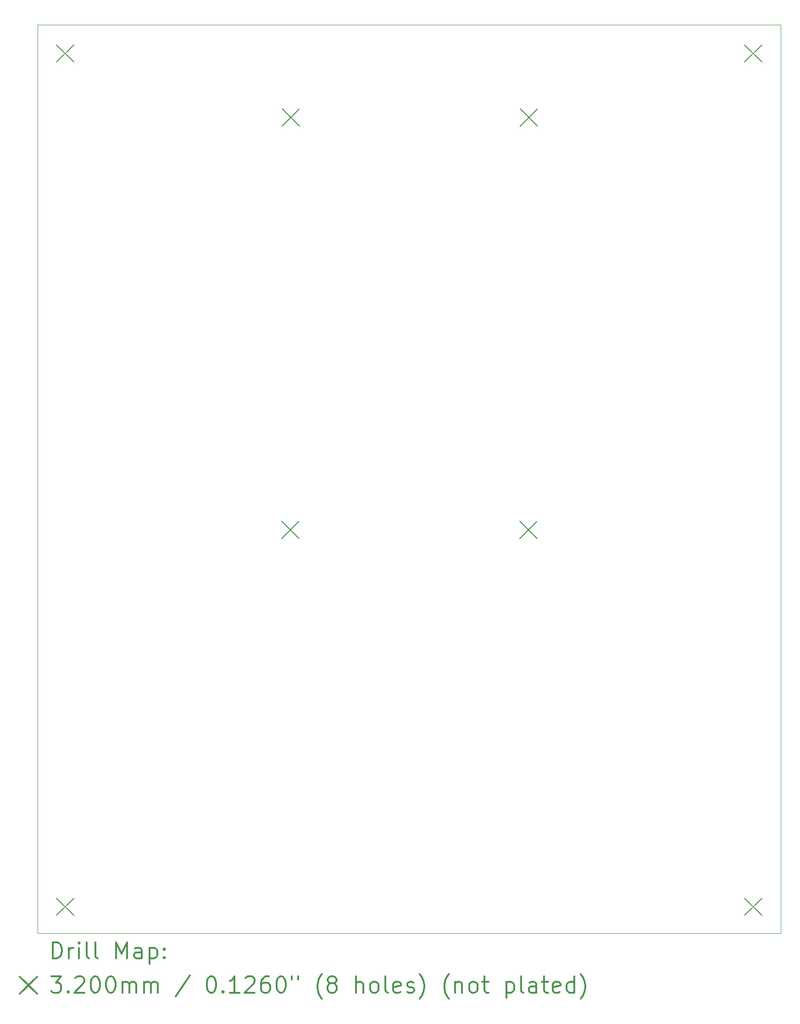
<source format=gbr>
%FSLAX45Y45*%
G04 Gerber Fmt 4.5, Leading zero omitted, Abs format (unit mm)*
G04 Created by KiCad (PCBNEW 5.99.0+really5.1.10+dfsg1-1) date 2021-09-08 20:42:58*
%MOMM*%
%LPD*%
G01*
G04 APERTURE LIST*
%TA.AperFunction,Profile*%
%ADD10C,0.100000*%
%TD*%
%ADD11C,0.200000*%
%ADD12C,0.300000*%
G04 APERTURE END LIST*
D10*
X3556000Y-19304000D02*
X3556000Y-2540000D01*
X17272000Y-19304000D02*
X3556000Y-19304000D01*
X17272000Y-2540000D02*
X17272000Y-19304000D01*
X3556000Y-2540000D02*
X17272000Y-2540000D01*
D11*
X3904000Y-2913400D02*
X4224000Y-3233400D01*
X4224000Y-2913400D02*
X3904000Y-3233400D01*
X3904000Y-18661400D02*
X4224000Y-18981400D01*
X4224000Y-18661400D02*
X3904000Y-18981400D01*
X8067060Y-11704300D02*
X8387060Y-12024300D01*
X8387060Y-11704300D02*
X8067060Y-12024300D01*
X8069600Y-4094500D02*
X8389600Y-4414500D01*
X8389600Y-4094500D02*
X8069600Y-4414500D01*
X12461300Y-11706900D02*
X12781300Y-12026900D01*
X12781300Y-11706900D02*
X12461300Y-12026900D01*
X12463800Y-4094500D02*
X12783800Y-4414500D01*
X12783800Y-4094500D02*
X12463800Y-4414500D01*
X16604000Y-2913400D02*
X16924000Y-3233400D01*
X16924000Y-2913400D02*
X16604000Y-3233400D01*
X16604000Y-18661400D02*
X16924000Y-18981400D01*
X16924000Y-18661400D02*
X16604000Y-18981400D01*
D12*
X3837428Y-19774714D02*
X3837428Y-19474714D01*
X3908857Y-19474714D01*
X3951714Y-19489000D01*
X3980286Y-19517572D01*
X3994571Y-19546143D01*
X4008857Y-19603286D01*
X4008857Y-19646143D01*
X3994571Y-19703286D01*
X3980286Y-19731857D01*
X3951714Y-19760429D01*
X3908857Y-19774714D01*
X3837428Y-19774714D01*
X4137428Y-19774714D02*
X4137428Y-19574714D01*
X4137428Y-19631857D02*
X4151714Y-19603286D01*
X4166000Y-19589000D01*
X4194571Y-19574714D01*
X4223143Y-19574714D01*
X4323143Y-19774714D02*
X4323143Y-19574714D01*
X4323143Y-19474714D02*
X4308857Y-19489000D01*
X4323143Y-19503286D01*
X4337428Y-19489000D01*
X4323143Y-19474714D01*
X4323143Y-19503286D01*
X4508857Y-19774714D02*
X4480286Y-19760429D01*
X4466000Y-19731857D01*
X4466000Y-19474714D01*
X4666000Y-19774714D02*
X4637428Y-19760429D01*
X4623143Y-19731857D01*
X4623143Y-19474714D01*
X5008857Y-19774714D02*
X5008857Y-19474714D01*
X5108857Y-19689000D01*
X5208857Y-19474714D01*
X5208857Y-19774714D01*
X5480286Y-19774714D02*
X5480286Y-19617572D01*
X5466000Y-19589000D01*
X5437428Y-19574714D01*
X5380286Y-19574714D01*
X5351714Y-19589000D01*
X5480286Y-19760429D02*
X5451714Y-19774714D01*
X5380286Y-19774714D01*
X5351714Y-19760429D01*
X5337428Y-19731857D01*
X5337428Y-19703286D01*
X5351714Y-19674714D01*
X5380286Y-19660429D01*
X5451714Y-19660429D01*
X5480286Y-19646143D01*
X5623143Y-19574714D02*
X5623143Y-19874714D01*
X5623143Y-19589000D02*
X5651714Y-19574714D01*
X5708857Y-19574714D01*
X5737428Y-19589000D01*
X5751714Y-19603286D01*
X5766000Y-19631857D01*
X5766000Y-19717572D01*
X5751714Y-19746143D01*
X5737428Y-19760429D01*
X5708857Y-19774714D01*
X5651714Y-19774714D01*
X5623143Y-19760429D01*
X5894571Y-19746143D02*
X5908857Y-19760429D01*
X5894571Y-19774714D01*
X5880286Y-19760429D01*
X5894571Y-19746143D01*
X5894571Y-19774714D01*
X5894571Y-19589000D02*
X5908857Y-19603286D01*
X5894571Y-19617572D01*
X5880286Y-19603286D01*
X5894571Y-19589000D01*
X5894571Y-19617572D01*
X3231000Y-20109000D02*
X3551000Y-20429000D01*
X3551000Y-20109000D02*
X3231000Y-20429000D01*
X3808857Y-20104714D02*
X3994571Y-20104714D01*
X3894571Y-20219000D01*
X3937428Y-20219000D01*
X3966000Y-20233286D01*
X3980286Y-20247572D01*
X3994571Y-20276143D01*
X3994571Y-20347572D01*
X3980286Y-20376143D01*
X3966000Y-20390429D01*
X3937428Y-20404714D01*
X3851714Y-20404714D01*
X3823143Y-20390429D01*
X3808857Y-20376143D01*
X4123143Y-20376143D02*
X4137428Y-20390429D01*
X4123143Y-20404714D01*
X4108857Y-20390429D01*
X4123143Y-20376143D01*
X4123143Y-20404714D01*
X4251714Y-20133286D02*
X4266000Y-20119000D01*
X4294571Y-20104714D01*
X4366000Y-20104714D01*
X4394571Y-20119000D01*
X4408857Y-20133286D01*
X4423143Y-20161857D01*
X4423143Y-20190429D01*
X4408857Y-20233286D01*
X4237428Y-20404714D01*
X4423143Y-20404714D01*
X4608857Y-20104714D02*
X4637428Y-20104714D01*
X4666000Y-20119000D01*
X4680286Y-20133286D01*
X4694571Y-20161857D01*
X4708857Y-20219000D01*
X4708857Y-20290429D01*
X4694571Y-20347572D01*
X4680286Y-20376143D01*
X4666000Y-20390429D01*
X4637428Y-20404714D01*
X4608857Y-20404714D01*
X4580286Y-20390429D01*
X4566000Y-20376143D01*
X4551714Y-20347572D01*
X4537428Y-20290429D01*
X4537428Y-20219000D01*
X4551714Y-20161857D01*
X4566000Y-20133286D01*
X4580286Y-20119000D01*
X4608857Y-20104714D01*
X4894571Y-20104714D02*
X4923143Y-20104714D01*
X4951714Y-20119000D01*
X4966000Y-20133286D01*
X4980286Y-20161857D01*
X4994571Y-20219000D01*
X4994571Y-20290429D01*
X4980286Y-20347572D01*
X4966000Y-20376143D01*
X4951714Y-20390429D01*
X4923143Y-20404714D01*
X4894571Y-20404714D01*
X4866000Y-20390429D01*
X4851714Y-20376143D01*
X4837428Y-20347572D01*
X4823143Y-20290429D01*
X4823143Y-20219000D01*
X4837428Y-20161857D01*
X4851714Y-20133286D01*
X4866000Y-20119000D01*
X4894571Y-20104714D01*
X5123143Y-20404714D02*
X5123143Y-20204714D01*
X5123143Y-20233286D02*
X5137428Y-20219000D01*
X5166000Y-20204714D01*
X5208857Y-20204714D01*
X5237428Y-20219000D01*
X5251714Y-20247572D01*
X5251714Y-20404714D01*
X5251714Y-20247572D02*
X5266000Y-20219000D01*
X5294571Y-20204714D01*
X5337428Y-20204714D01*
X5366000Y-20219000D01*
X5380286Y-20247572D01*
X5380286Y-20404714D01*
X5523143Y-20404714D02*
X5523143Y-20204714D01*
X5523143Y-20233286D02*
X5537428Y-20219000D01*
X5566000Y-20204714D01*
X5608857Y-20204714D01*
X5637428Y-20219000D01*
X5651714Y-20247572D01*
X5651714Y-20404714D01*
X5651714Y-20247572D02*
X5666000Y-20219000D01*
X5694571Y-20204714D01*
X5737428Y-20204714D01*
X5766000Y-20219000D01*
X5780286Y-20247572D01*
X5780286Y-20404714D01*
X6366000Y-20090429D02*
X6108857Y-20476143D01*
X6751714Y-20104714D02*
X6780286Y-20104714D01*
X6808857Y-20119000D01*
X6823143Y-20133286D01*
X6837428Y-20161857D01*
X6851714Y-20219000D01*
X6851714Y-20290429D01*
X6837428Y-20347572D01*
X6823143Y-20376143D01*
X6808857Y-20390429D01*
X6780286Y-20404714D01*
X6751714Y-20404714D01*
X6723143Y-20390429D01*
X6708857Y-20376143D01*
X6694571Y-20347572D01*
X6680286Y-20290429D01*
X6680286Y-20219000D01*
X6694571Y-20161857D01*
X6708857Y-20133286D01*
X6723143Y-20119000D01*
X6751714Y-20104714D01*
X6980286Y-20376143D02*
X6994571Y-20390429D01*
X6980286Y-20404714D01*
X6966000Y-20390429D01*
X6980286Y-20376143D01*
X6980286Y-20404714D01*
X7280286Y-20404714D02*
X7108857Y-20404714D01*
X7194571Y-20404714D02*
X7194571Y-20104714D01*
X7166000Y-20147572D01*
X7137428Y-20176143D01*
X7108857Y-20190429D01*
X7394571Y-20133286D02*
X7408857Y-20119000D01*
X7437428Y-20104714D01*
X7508857Y-20104714D01*
X7537428Y-20119000D01*
X7551714Y-20133286D01*
X7566000Y-20161857D01*
X7566000Y-20190429D01*
X7551714Y-20233286D01*
X7380286Y-20404714D01*
X7566000Y-20404714D01*
X7823143Y-20104714D02*
X7766000Y-20104714D01*
X7737428Y-20119000D01*
X7723143Y-20133286D01*
X7694571Y-20176143D01*
X7680286Y-20233286D01*
X7680286Y-20347572D01*
X7694571Y-20376143D01*
X7708857Y-20390429D01*
X7737428Y-20404714D01*
X7794571Y-20404714D01*
X7823143Y-20390429D01*
X7837428Y-20376143D01*
X7851714Y-20347572D01*
X7851714Y-20276143D01*
X7837428Y-20247572D01*
X7823143Y-20233286D01*
X7794571Y-20219000D01*
X7737428Y-20219000D01*
X7708857Y-20233286D01*
X7694571Y-20247572D01*
X7680286Y-20276143D01*
X8037428Y-20104714D02*
X8066000Y-20104714D01*
X8094571Y-20119000D01*
X8108857Y-20133286D01*
X8123143Y-20161857D01*
X8137428Y-20219000D01*
X8137428Y-20290429D01*
X8123143Y-20347572D01*
X8108857Y-20376143D01*
X8094571Y-20390429D01*
X8066000Y-20404714D01*
X8037428Y-20404714D01*
X8008857Y-20390429D01*
X7994571Y-20376143D01*
X7980286Y-20347572D01*
X7966000Y-20290429D01*
X7966000Y-20219000D01*
X7980286Y-20161857D01*
X7994571Y-20133286D01*
X8008857Y-20119000D01*
X8037428Y-20104714D01*
X8251714Y-20104714D02*
X8251714Y-20161857D01*
X8366000Y-20104714D02*
X8366000Y-20161857D01*
X8808857Y-20519000D02*
X8794571Y-20504714D01*
X8766000Y-20461857D01*
X8751714Y-20433286D01*
X8737428Y-20390429D01*
X8723143Y-20319000D01*
X8723143Y-20261857D01*
X8737428Y-20190429D01*
X8751714Y-20147572D01*
X8766000Y-20119000D01*
X8794571Y-20076143D01*
X8808857Y-20061857D01*
X8966000Y-20233286D02*
X8937428Y-20219000D01*
X8923143Y-20204714D01*
X8908857Y-20176143D01*
X8908857Y-20161857D01*
X8923143Y-20133286D01*
X8937428Y-20119000D01*
X8966000Y-20104714D01*
X9023143Y-20104714D01*
X9051714Y-20119000D01*
X9066000Y-20133286D01*
X9080286Y-20161857D01*
X9080286Y-20176143D01*
X9066000Y-20204714D01*
X9051714Y-20219000D01*
X9023143Y-20233286D01*
X8966000Y-20233286D01*
X8937428Y-20247572D01*
X8923143Y-20261857D01*
X8908857Y-20290429D01*
X8908857Y-20347572D01*
X8923143Y-20376143D01*
X8937428Y-20390429D01*
X8966000Y-20404714D01*
X9023143Y-20404714D01*
X9051714Y-20390429D01*
X9066000Y-20376143D01*
X9080286Y-20347572D01*
X9080286Y-20290429D01*
X9066000Y-20261857D01*
X9051714Y-20247572D01*
X9023143Y-20233286D01*
X9437428Y-20404714D02*
X9437428Y-20104714D01*
X9566000Y-20404714D02*
X9566000Y-20247572D01*
X9551714Y-20219000D01*
X9523143Y-20204714D01*
X9480286Y-20204714D01*
X9451714Y-20219000D01*
X9437428Y-20233286D01*
X9751714Y-20404714D02*
X9723143Y-20390429D01*
X9708857Y-20376143D01*
X9694571Y-20347572D01*
X9694571Y-20261857D01*
X9708857Y-20233286D01*
X9723143Y-20219000D01*
X9751714Y-20204714D01*
X9794571Y-20204714D01*
X9823143Y-20219000D01*
X9837428Y-20233286D01*
X9851714Y-20261857D01*
X9851714Y-20347572D01*
X9837428Y-20376143D01*
X9823143Y-20390429D01*
X9794571Y-20404714D01*
X9751714Y-20404714D01*
X10023143Y-20404714D02*
X9994571Y-20390429D01*
X9980286Y-20361857D01*
X9980286Y-20104714D01*
X10251714Y-20390429D02*
X10223143Y-20404714D01*
X10166000Y-20404714D01*
X10137428Y-20390429D01*
X10123143Y-20361857D01*
X10123143Y-20247572D01*
X10137428Y-20219000D01*
X10166000Y-20204714D01*
X10223143Y-20204714D01*
X10251714Y-20219000D01*
X10266000Y-20247572D01*
X10266000Y-20276143D01*
X10123143Y-20304714D01*
X10380286Y-20390429D02*
X10408857Y-20404714D01*
X10466000Y-20404714D01*
X10494571Y-20390429D01*
X10508857Y-20361857D01*
X10508857Y-20347572D01*
X10494571Y-20319000D01*
X10466000Y-20304714D01*
X10423143Y-20304714D01*
X10394571Y-20290429D01*
X10380286Y-20261857D01*
X10380286Y-20247572D01*
X10394571Y-20219000D01*
X10423143Y-20204714D01*
X10466000Y-20204714D01*
X10494571Y-20219000D01*
X10608857Y-20519000D02*
X10623143Y-20504714D01*
X10651714Y-20461857D01*
X10666000Y-20433286D01*
X10680286Y-20390429D01*
X10694571Y-20319000D01*
X10694571Y-20261857D01*
X10680286Y-20190429D01*
X10666000Y-20147572D01*
X10651714Y-20119000D01*
X10623143Y-20076143D01*
X10608857Y-20061857D01*
X11151714Y-20519000D02*
X11137428Y-20504714D01*
X11108857Y-20461857D01*
X11094571Y-20433286D01*
X11080286Y-20390429D01*
X11066000Y-20319000D01*
X11066000Y-20261857D01*
X11080286Y-20190429D01*
X11094571Y-20147572D01*
X11108857Y-20119000D01*
X11137428Y-20076143D01*
X11151714Y-20061857D01*
X11266000Y-20204714D02*
X11266000Y-20404714D01*
X11266000Y-20233286D02*
X11280286Y-20219000D01*
X11308857Y-20204714D01*
X11351714Y-20204714D01*
X11380286Y-20219000D01*
X11394571Y-20247572D01*
X11394571Y-20404714D01*
X11580286Y-20404714D02*
X11551714Y-20390429D01*
X11537428Y-20376143D01*
X11523143Y-20347572D01*
X11523143Y-20261857D01*
X11537428Y-20233286D01*
X11551714Y-20219000D01*
X11580286Y-20204714D01*
X11623143Y-20204714D01*
X11651714Y-20219000D01*
X11666000Y-20233286D01*
X11680286Y-20261857D01*
X11680286Y-20347572D01*
X11666000Y-20376143D01*
X11651714Y-20390429D01*
X11623143Y-20404714D01*
X11580286Y-20404714D01*
X11766000Y-20204714D02*
X11880286Y-20204714D01*
X11808857Y-20104714D02*
X11808857Y-20361857D01*
X11823143Y-20390429D01*
X11851714Y-20404714D01*
X11880286Y-20404714D01*
X12208857Y-20204714D02*
X12208857Y-20504714D01*
X12208857Y-20219000D02*
X12237428Y-20204714D01*
X12294571Y-20204714D01*
X12323143Y-20219000D01*
X12337428Y-20233286D01*
X12351714Y-20261857D01*
X12351714Y-20347572D01*
X12337428Y-20376143D01*
X12323143Y-20390429D01*
X12294571Y-20404714D01*
X12237428Y-20404714D01*
X12208857Y-20390429D01*
X12523143Y-20404714D02*
X12494571Y-20390429D01*
X12480286Y-20361857D01*
X12480286Y-20104714D01*
X12766000Y-20404714D02*
X12766000Y-20247572D01*
X12751714Y-20219000D01*
X12723143Y-20204714D01*
X12666000Y-20204714D01*
X12637428Y-20219000D01*
X12766000Y-20390429D02*
X12737428Y-20404714D01*
X12666000Y-20404714D01*
X12637428Y-20390429D01*
X12623143Y-20361857D01*
X12623143Y-20333286D01*
X12637428Y-20304714D01*
X12666000Y-20290429D01*
X12737428Y-20290429D01*
X12766000Y-20276143D01*
X12866000Y-20204714D02*
X12980286Y-20204714D01*
X12908857Y-20104714D02*
X12908857Y-20361857D01*
X12923143Y-20390429D01*
X12951714Y-20404714D01*
X12980286Y-20404714D01*
X13194571Y-20390429D02*
X13166000Y-20404714D01*
X13108857Y-20404714D01*
X13080286Y-20390429D01*
X13066000Y-20361857D01*
X13066000Y-20247572D01*
X13080286Y-20219000D01*
X13108857Y-20204714D01*
X13166000Y-20204714D01*
X13194571Y-20219000D01*
X13208857Y-20247572D01*
X13208857Y-20276143D01*
X13066000Y-20304714D01*
X13466000Y-20404714D02*
X13466000Y-20104714D01*
X13466000Y-20390429D02*
X13437428Y-20404714D01*
X13380286Y-20404714D01*
X13351714Y-20390429D01*
X13337428Y-20376143D01*
X13323143Y-20347572D01*
X13323143Y-20261857D01*
X13337428Y-20233286D01*
X13351714Y-20219000D01*
X13380286Y-20204714D01*
X13437428Y-20204714D01*
X13466000Y-20219000D01*
X13580286Y-20519000D02*
X13594571Y-20504714D01*
X13623143Y-20461857D01*
X13637428Y-20433286D01*
X13651714Y-20390429D01*
X13666000Y-20319000D01*
X13666000Y-20261857D01*
X13651714Y-20190429D01*
X13637428Y-20147572D01*
X13623143Y-20119000D01*
X13594571Y-20076143D01*
X13580286Y-20061857D01*
M02*

</source>
